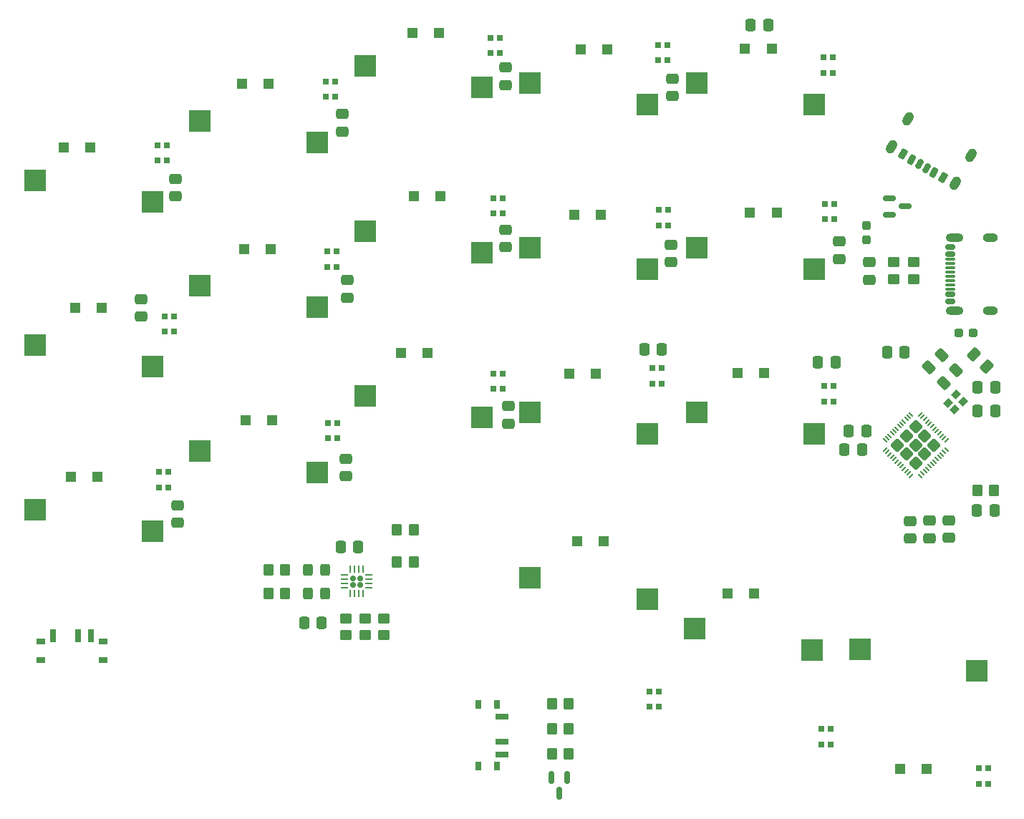
<source format=gbr>
%TF.GenerationSoftware,KiCad,Pcbnew,8.0.2*%
%TF.CreationDate,2025-01-19T21:46:12+07:00*%
%TF.ProjectId,sudi-keyboard,73756469-2d6b-4657-9962-6f6172642e6b,1*%
%TF.SameCoordinates,Original*%
%TF.FileFunction,Paste,Top*%
%TF.FilePolarity,Positive*%
%FSLAX46Y46*%
G04 Gerber Fmt 4.6, Leading zero omitted, Abs format (unit mm)*
G04 Created by KiCad (PCBNEW 8.0.2) date 2025-01-19 21:46:12*
%MOMM*%
%LPD*%
G01*
G04 APERTURE LIST*
G04 Aperture macros list*
%AMRoundRect*
0 Rectangle with rounded corners*
0 $1 Rounding radius*
0 $2 $3 $4 $5 $6 $7 $8 $9 X,Y pos of 4 corners*
0 Add a 4 corners polygon primitive as box body*
4,1,4,$2,$3,$4,$5,$6,$7,$8,$9,$2,$3,0*
0 Add four circle primitives for the rounded corners*
1,1,$1+$1,$2,$3*
1,1,$1+$1,$4,$5*
1,1,$1+$1,$6,$7*
1,1,$1+$1,$8,$9*
0 Add four rect primitives between the rounded corners*
20,1,$1+$1,$2,$3,$4,$5,0*
20,1,$1+$1,$4,$5,$6,$7,0*
20,1,$1+$1,$6,$7,$8,$9,0*
20,1,$1+$1,$8,$9,$2,$3,0*%
%AMHorizOval*
0 Thick line with rounded ends*
0 $1 width*
0 $2 $3 position (X,Y) of the first rounded end (center of the circle)*
0 $4 $5 position (X,Y) of the second rounded end (center of the circle)*
0 Add line between two ends*
20,1,$1,$2,$3,$4,$5,0*
0 Add two circle primitives to create the rounded ends*
1,1,$1,$2,$3*
1,1,$1,$4,$5*%
%AMRotRect*
0 Rectangle, with rotation*
0 The origin of the aperture is its center*
0 $1 length*
0 $2 width*
0 $3 Rotation angle, in degrees counterclockwise*
0 Add horizontal line*
21,1,$1,$2,0,0,$3*%
G04 Aperture macros list end*
%ADD10R,1.000000X0.800000*%
%ADD11R,0.700000X1.500000*%
%ADD12R,2.550000X2.500000*%
%ADD13RoundRect,0.237500X-0.237500X0.287500X-0.237500X-0.287500X0.237500X-0.287500X0.237500X0.287500X0*%
%ADD14RoundRect,0.250000X0.350000X0.450000X-0.350000X0.450000X-0.350000X-0.450000X0.350000X-0.450000X0*%
%ADD15RoundRect,0.250000X-0.475000X0.337500X-0.475000X-0.337500X0.475000X-0.337500X0.475000X0.337500X0*%
%ADD16RoundRect,0.175000X0.364054X0.280561X0.060946X0.455561X-0.364054X-0.280561X-0.060946X-0.455561X0*%
%ADD17RoundRect,0.190000X-0.369545X-0.260070X-0.040455X-0.450070X0.369545X0.260070X0.040455X0.450070X0*%
%ADD18RoundRect,0.200000X-0.373205X-0.246410X-0.026795X-0.446410X0.373205X0.246410X0.026795X0.446410X0*%
%ADD19RoundRect,0.175000X-0.364054X-0.280561X-0.060946X-0.455561X0.364054X0.280561X0.060946X0.455561X0*%
%ADD20RoundRect,0.190000X0.369545X0.260070X0.040455X0.450070X-0.369545X-0.260070X-0.040455X-0.450070X0*%
%ADD21RoundRect,0.200000X0.373205X0.246410X0.026795X0.446410X-0.373205X-0.246410X-0.026795X-0.446410X0*%
%ADD22HorizOval,1.100000X0.150000X0.259808X-0.150000X-0.259808X0*%
%ADD23R,0.700000X0.700000*%
%ADD24RoundRect,0.250000X0.337500X0.475000X-0.337500X0.475000X-0.337500X-0.475000X0.337500X-0.475000X0*%
%ADD25R,1.200000X1.200000*%
%ADD26RoundRect,0.250000X-0.450000X0.350000X-0.450000X-0.350000X0.450000X-0.350000X0.450000X0.350000X0*%
%ADD27RoundRect,0.250000X-0.337500X-0.475000X0.337500X-0.475000X0.337500X0.475000X-0.337500X0.475000X0*%
%ADD28RoundRect,0.250000X-0.350000X-0.450000X0.350000X-0.450000X0.350000X0.450000X-0.350000X0.450000X0*%
%ADD29RoundRect,0.150000X0.425000X-0.150000X0.425000X0.150000X-0.425000X0.150000X-0.425000X-0.150000X0*%
%ADD30RoundRect,0.075000X0.500000X-0.075000X0.500000X0.075000X-0.500000X0.075000X-0.500000X-0.075000X0*%
%ADD31O,2.100000X1.000000*%
%ADD32O,1.800000X1.000000*%
%ADD33RoundRect,0.250000X0.574524X0.097227X0.097227X0.574524X-0.574524X-0.097227X-0.097227X-0.574524X0*%
%ADD34RoundRect,0.250000X0.000000X-0.523259X0.523259X0.000000X0.000000X0.523259X-0.523259X0.000000X0*%
%ADD35RoundRect,0.050000X-0.212132X-0.282843X0.282843X0.212132X0.212132X0.282843X-0.282843X-0.212132X0*%
%ADD36RoundRect,0.050000X0.212132X-0.282843X0.282843X-0.212132X-0.212132X0.282843X-0.282843X0.212132X0*%
%ADD37RotRect,0.900000X0.800000X225.000000*%
%ADD38RoundRect,0.160000X-0.160000X0.160000X-0.160000X-0.160000X0.160000X-0.160000X0.160000X0.160000X0*%
%ADD39RoundRect,0.062500X-0.062500X0.375000X-0.062500X-0.375000X0.062500X-0.375000X0.062500X0.375000X0*%
%ADD40RoundRect,0.062500X-0.375000X0.062500X-0.375000X-0.062500X0.375000X-0.062500X0.375000X0.062500X0*%
%ADD41RoundRect,0.250000X-0.097227X0.574524X-0.574524X0.097227X0.097227X-0.574524X0.574524X-0.097227X0*%
%ADD42RoundRect,0.150000X-0.587500X-0.150000X0.587500X-0.150000X0.587500X0.150000X-0.587500X0.150000X0*%
%ADD43RoundRect,0.250000X0.325000X0.450000X-0.325000X0.450000X-0.325000X-0.450000X0.325000X-0.450000X0*%
%ADD44R,0.800000X1.000000*%
%ADD45R,1.500000X0.700000*%
%ADD46RoundRect,0.150000X-0.150000X0.587500X-0.150000X-0.587500X0.150000X-0.587500X0.150000X0.587500X0*%
%ADD47RoundRect,0.237500X-0.287500X-0.237500X0.287500X-0.237500X0.287500X0.237500X-0.287500X0.237500X0*%
G04 APERTURE END LIST*
D10*
%TO.C,SW4*%
X117000000Y-124570000D03*
X117000000Y-126780000D03*
X124300000Y-124570000D03*
X124300000Y-126780000D03*
D11*
X118400000Y-123920000D03*
X121400000Y-123920000D03*
X122900000Y-123920000D03*
%TD*%
D12*
%TO.C,K16*%
X174800000Y-117030000D03*
X188650000Y-119570000D03*
%TD*%
D13*
%TO.C,FB1*%
X214620002Y-75374998D03*
X214620002Y-77124998D03*
%TD*%
D14*
%TO.C,R10*%
X229700000Y-106700000D03*
X227700000Y-106700000D03*
%TD*%
D15*
%TO.C,C51*%
X191450000Y-77662500D03*
X191450000Y-79737500D03*
%TD*%
D16*
%TO.C,J1*%
X221695513Y-68582502D03*
D17*
X219946141Y-67572502D03*
D18*
X218880930Y-66957502D03*
D19*
X220829487Y-68082502D03*
D20*
X222578859Y-69092502D03*
D21*
X223644070Y-69707502D03*
D22*
X225043730Y-70423220D03*
X226943730Y-67132324D03*
X217561270Y-66103220D03*
X219461270Y-62812324D03*
%TD*%
D23*
%TO.C,D17*%
X130950000Y-106365001D03*
X132049999Y-106364999D03*
X132050000Y-104534999D03*
X130950001Y-104535001D03*
%TD*%
D24*
%TO.C,C3*%
X150187500Y-122400000D03*
X148112500Y-122400000D03*
%TD*%
D25*
%TO.C,D26*%
X200225000Y-54450000D03*
X203375000Y-54450000D03*
%TD*%
D12*
%TO.C,K9*%
X155300000Y-95530000D03*
X169150000Y-98070000D03*
%TD*%
D23*
%TO.C,D18*%
X170450000Y-94715001D03*
X171549999Y-94714999D03*
X171550000Y-92884999D03*
X170450001Y-92885001D03*
%TD*%
D24*
%TO.C,C57*%
X219087500Y-90350000D03*
X217012500Y-90350000D03*
%TD*%
D12*
%TO.C,K8*%
X155300000Y-76030000D03*
X169150000Y-78570000D03*
%TD*%
D15*
%TO.C,C42*%
X128850000Y-84112500D03*
X128850000Y-86187500D03*
%TD*%
%TO.C,C41*%
X132850000Y-69862500D03*
X132850000Y-71937500D03*
%TD*%
D12*
%TO.C,K18*%
X213800000Y-125530000D03*
X227650000Y-128070000D03*
%TD*%
%TO.C,K12*%
X174800000Y-97530000D03*
X188650000Y-100070000D03*
%TD*%
%TO.C,K14*%
X194550000Y-78030000D03*
X208400000Y-80570000D03*
%TD*%
D25*
%TO.C,D33*%
X180375000Y-112750000D03*
X183525000Y-112750000D03*
%TD*%
D15*
%TO.C,C43*%
X133150000Y-108462500D03*
X133150000Y-110537500D03*
%TD*%
%TO.C,C40*%
X219724998Y-110349999D03*
X219724998Y-112424999D03*
%TD*%
D26*
%TO.C,R4*%
X217770002Y-79749998D03*
X217770002Y-81749998D03*
%TD*%
D23*
%TO.C,D25*%
X188949999Y-132315001D03*
X190050000Y-132314999D03*
X190050001Y-130484999D03*
X188950000Y-130485001D03*
%TD*%
D24*
%TO.C,C1*%
X154487500Y-113400000D03*
X152412500Y-113400000D03*
%TD*%
%TO.C,C18*%
X229787500Y-94550000D03*
X227712500Y-94550000D03*
%TD*%
D12*
%TO.C,K7*%
X155300000Y-56530000D03*
X169150000Y-59070000D03*
%TD*%
D25*
%TO.C,D2*%
X121015000Y-85110000D03*
X124165000Y-85110000D03*
%TD*%
D27*
%TO.C,C19*%
X227662501Y-109049998D03*
X229737501Y-109049998D03*
%TD*%
D12*
%TO.C,K6*%
X135800000Y-102030000D03*
X149650000Y-104570000D03*
%TD*%
D14*
%TO.C,R11*%
X179400000Y-134900001D03*
X177400000Y-134900001D03*
%TD*%
D12*
%TO.C,K5*%
X135800000Y-82530000D03*
X149650000Y-85070000D03*
%TD*%
D25*
%TO.C,D21*%
X180025000Y-74100000D03*
X183175000Y-74100000D03*
%TD*%
D12*
%TO.C,K2*%
X116300000Y-89530000D03*
X130150000Y-92070000D03*
%TD*%
%TO.C,K10*%
X174800000Y-58530000D03*
X188650000Y-61070000D03*
%TD*%
D14*
%TO.C,R12*%
X179399999Y-131949998D03*
X177399999Y-131949998D03*
%TD*%
D15*
%TO.C,C39*%
X222024999Y-110300000D03*
X222024999Y-112375000D03*
%TD*%
D23*
%TO.C,D8*%
X130799999Y-67715001D03*
X131900000Y-67714999D03*
X131900001Y-65884999D03*
X130800000Y-65885001D03*
%TD*%
D14*
%TO.C,R5*%
X179400000Y-137850000D03*
X177400000Y-137850000D03*
%TD*%
D15*
%TO.C,C2*%
X214900004Y-79712498D03*
X214900004Y-81787498D03*
%TD*%
D23*
%TO.C,D36*%
X150949999Y-100565001D03*
X152050000Y-100564999D03*
X152050001Y-98734999D03*
X150950000Y-98735001D03*
%TD*%
%TO.C,D29*%
X150799999Y-80265001D03*
X151900000Y-80264999D03*
X151900001Y-78434999D03*
X150800000Y-78435001D03*
%TD*%
D27*
%TO.C,C20*%
X211962500Y-101900000D03*
X214037500Y-101900000D03*
%TD*%
D15*
%TO.C,C54*%
X211350000Y-77262500D03*
X211350000Y-79337500D03*
%TD*%
D28*
%TO.C,R1*%
X159050000Y-115160000D03*
X161050000Y-115160000D03*
%TD*%
D15*
%TO.C,C44*%
X152600000Y-62212500D03*
X152600000Y-64287500D03*
%TD*%
D14*
%TO.C,R17*%
X145850000Y-118899999D03*
X143850000Y-118899999D03*
%TD*%
D23*
%TO.C,D31*%
X209249999Y-136765001D03*
X210350000Y-136764999D03*
X210350001Y-134934999D03*
X209250000Y-134935001D03*
%TD*%
D12*
%TO.C,K13*%
X194550000Y-58530000D03*
X208400000Y-61070000D03*
%TD*%
D26*
%TO.C,R3*%
X220200000Y-79750000D03*
X220200000Y-81750000D03*
%TD*%
D29*
%TO.C,P1*%
X224460000Y-84360000D03*
X224460001Y-83560001D03*
D30*
X224460001Y-82410000D03*
X224460000Y-81410001D03*
X224459999Y-80910001D03*
X224460000Y-79909999D03*
D29*
X224459999Y-78759999D03*
X224460000Y-77959999D03*
X224460000Y-77959999D03*
X224459999Y-78759999D03*
D30*
X224460001Y-79410000D03*
X224460000Y-80410001D03*
X224460000Y-81910000D03*
X224459999Y-82910000D03*
D29*
X224460001Y-83560001D03*
X224460000Y-84360000D03*
D31*
X225035000Y-85480002D03*
D32*
X229215000Y-85480001D03*
D31*
X225034998Y-76840000D03*
D32*
X229215000Y-76840000D03*
%TD*%
D25*
%TO.C,D34*%
X198175000Y-118950000D03*
X201325000Y-118950000D03*
%TD*%
D15*
%TO.C,C45*%
X153200000Y-81862500D03*
X153200000Y-83937500D03*
%TD*%
D33*
%TO.C,C21*%
X228783623Y-92083623D03*
X227316377Y-90616377D03*
%TD*%
D26*
%TO.C,R14*%
X157500000Y-121850000D03*
X157500000Y-123850000D03*
%TD*%
D34*
%TO.C,U7*%
X218236253Y-101350004D03*
X219318127Y-102431872D03*
X220400004Y-103513747D03*
X221481872Y-102431873D03*
X220400000Y-101350000D03*
X219318128Y-100268127D03*
X220399996Y-99186253D03*
X221481873Y-100268128D03*
X222563747Y-101349996D03*
D35*
X216758400Y-101880330D03*
X217041245Y-102163172D03*
X217324086Y-102446015D03*
X217606928Y-102728858D03*
X217889771Y-103011701D03*
X218172614Y-103294544D03*
X218455456Y-103577386D03*
X218738299Y-103860230D03*
X219021143Y-104143072D03*
X219303984Y-104425914D03*
X219586826Y-104708758D03*
X219869670Y-104991600D03*
D36*
X220930330Y-104991600D03*
X221213172Y-104708755D03*
X221496015Y-104425914D03*
X221778858Y-104143072D03*
X222061701Y-103860229D03*
X222344544Y-103577386D03*
X222627386Y-103294544D03*
X222910230Y-103011701D03*
X223193072Y-102728857D03*
X223475914Y-102446016D03*
X223758758Y-102163174D03*
X224041600Y-101880330D03*
D35*
X224041600Y-100819670D03*
X223758755Y-100536828D03*
X223475914Y-100253985D03*
X223193072Y-99971142D03*
X222910229Y-99688299D03*
X222627386Y-99405456D03*
X222344544Y-99122614D03*
X222061701Y-98839770D03*
X221778857Y-98556928D03*
X221496016Y-98274086D03*
X221213174Y-97991242D03*
X220930330Y-97708400D03*
D36*
X219869670Y-97708400D03*
X219586828Y-97991245D03*
X219303985Y-98274086D03*
X219021142Y-98556928D03*
X218738299Y-98839771D03*
X218455456Y-99122614D03*
X218172614Y-99405456D03*
X217889770Y-99688299D03*
X217606928Y-99971143D03*
X217324086Y-100253984D03*
X217041242Y-100536826D03*
X216758400Y-100819670D03*
%TD*%
D37*
%TO.C,Y1*%
X225206069Y-95416115D03*
X224216116Y-96406067D03*
X224993931Y-97183885D03*
X225983884Y-96193933D03*
%TD*%
D12*
%TO.C,K3*%
X116300000Y-109030000D03*
X130150000Y-111570000D03*
%TD*%
D28*
%TO.C,R2*%
X159050000Y-111350000D03*
X161050000Y-111350000D03*
%TD*%
D12*
%TO.C,K15*%
X194550000Y-97530000D03*
X208400000Y-100070000D03*
%TD*%
D38*
%TO.C,U5*%
X154700000Y-117100000D03*
X153900000Y-117100000D03*
X154700000Y-117900000D03*
X153900000Y-117900000D03*
D39*
X155050000Y-116062500D03*
X154550000Y-116062500D03*
X154050000Y-116062500D03*
X153550000Y-116062500D03*
D40*
X152862500Y-116750000D03*
X152862500Y-117250000D03*
X152862500Y-117750000D03*
X152862500Y-118250000D03*
D39*
X153550000Y-118937500D03*
X154050000Y-118937500D03*
X154550000Y-118937500D03*
X155050000Y-118937500D03*
D40*
X155737500Y-118250000D03*
X155737500Y-117750000D03*
X155737500Y-117250000D03*
X155737500Y-116750000D03*
%TD*%
D24*
%TO.C,C52*%
X190387500Y-90050000D03*
X188312500Y-90050000D03*
%TD*%
D41*
%TO.C,C35*%
X225183625Y-92516378D03*
X223716379Y-93983624D03*
%TD*%
D15*
%TO.C,C48*%
X171950000Y-75862500D03*
X171950000Y-77937500D03*
%TD*%
D24*
%TO.C,C53*%
X202987500Y-51700000D03*
X200912500Y-51700000D03*
%TD*%
D25*
%TO.C,D14*%
X160925000Y-52650000D03*
X164075000Y-52650000D03*
%TD*%
%TO.C,D7*%
X141175000Y-98400000D03*
X144325000Y-98400000D03*
%TD*%
D23*
%TO.C,D9*%
X170099999Y-55015001D03*
X171200000Y-55014999D03*
X171200001Y-53184999D03*
X170100000Y-53185001D03*
%TD*%
D25*
%TO.C,D1*%
X119675000Y-66150000D03*
X122825000Y-66150000D03*
%TD*%
D41*
%TO.C,C36*%
X223451212Y-90713259D03*
X221983966Y-92180505D03*
%TD*%
D42*
%TO.C,Q2*%
X217312497Y-72200003D03*
X217312499Y-74099999D03*
X219187500Y-73150000D03*
%TD*%
D25*
%TO.C,D20*%
X180825000Y-54600000D03*
X183975000Y-54600000D03*
%TD*%
D23*
%TO.C,D38*%
X227849999Y-141415001D03*
X228950000Y-141414999D03*
X228950001Y-139584999D03*
X227850000Y-139585001D03*
%TD*%
D12*
%TO.C,K17*%
X194300000Y-123030000D03*
X208150000Y-125570000D03*
%TD*%
D24*
%TO.C,C8*%
X229787500Y-97350000D03*
X227712500Y-97350000D03*
%TD*%
D43*
%TO.C,D4*%
X150574997Y-116100001D03*
X148525001Y-116099999D03*
%TD*%
D25*
%TO.C,D15*%
X161075000Y-71900000D03*
X164225000Y-71900000D03*
%TD*%
D15*
%TO.C,C47*%
X171900000Y-56712500D03*
X171900000Y-58787500D03*
%TD*%
%TO.C,C50*%
X191650000Y-58012500D03*
X191650000Y-60087500D03*
%TD*%
D23*
%TO.C,D10*%
X209500000Y-57365001D03*
X210599999Y-57364999D03*
X210600000Y-55534999D03*
X209500001Y-55535001D03*
%TD*%
%TO.C,D24*%
X189949999Y-55865001D03*
X191050000Y-55864999D03*
X191050001Y-54034999D03*
X189950000Y-54035001D03*
%TD*%
D15*
%TO.C,C46*%
X153000000Y-102962500D03*
X153000000Y-105037500D03*
%TD*%
D27*
%TO.C,C37*%
X212512500Y-99700000D03*
X214587500Y-99700000D03*
%TD*%
D14*
%TO.C,R15*%
X145850000Y-116099999D03*
X143850000Y-116099999D03*
%TD*%
D25*
%TO.C,D5*%
X140725000Y-58650000D03*
X143875000Y-58650000D03*
%TD*%
D23*
%TO.C,D19*%
X209599999Y-96215001D03*
X210700000Y-96214999D03*
X210700001Y-94384999D03*
X209600000Y-94385001D03*
%TD*%
D26*
%TO.C,R6*%
X155350000Y-121850000D03*
X155350000Y-123850000D03*
%TD*%
D12*
%TO.C,K4*%
X135800000Y-63030000D03*
X149650000Y-65570000D03*
%TD*%
D15*
%TO.C,C49*%
X172250000Y-96762500D03*
X172250000Y-98837500D03*
%TD*%
D23*
%TO.C,D30*%
X189999999Y-75365001D03*
X191100000Y-75364999D03*
X191100001Y-73534999D03*
X190000000Y-73535001D03*
%TD*%
D44*
%TO.C,SW3*%
X170880000Y-132050000D03*
X168670000Y-132050000D03*
X170880000Y-139350000D03*
X168670000Y-139350000D03*
D45*
X171530000Y-133450000D03*
X171530000Y-136450000D03*
X171530000Y-137950000D03*
%TD*%
D25*
%TO.C,D27*%
X200825000Y-73850000D03*
X203975000Y-73850000D03*
%TD*%
D26*
%TO.C,R7*%
X153050000Y-121850000D03*
X153050000Y-123850000D03*
%TD*%
D43*
%TO.C,D32*%
X150574998Y-118900001D03*
X148525002Y-118899999D03*
%TD*%
D23*
%TO.C,D23*%
X150650000Y-60165001D03*
X151749999Y-60164999D03*
X151750000Y-58334999D03*
X150650001Y-58335001D03*
%TD*%
D25*
%TO.C,D3*%
X120515000Y-105110000D03*
X123665000Y-105110000D03*
%TD*%
D46*
%TO.C,Q1*%
X179199997Y-140662497D03*
X177300002Y-140662499D03*
X178249999Y-142537500D03*
%TD*%
D23*
%TO.C,D13*%
X209649999Y-74665001D03*
X210750000Y-74664999D03*
X210750001Y-72834999D03*
X209650000Y-72835001D03*
%TD*%
D25*
%TO.C,D16*%
X159575000Y-90450000D03*
X162725000Y-90450000D03*
%TD*%
D24*
%TO.C,C55*%
X210937500Y-91550000D03*
X208862500Y-91550000D03*
%TD*%
D47*
%TO.C,L3*%
X225475000Y-88100000D03*
X227225000Y-88100000D03*
%TD*%
D12*
%TO.C,K11*%
X174800000Y-78030000D03*
X188650000Y-80570000D03*
%TD*%
%TO.C,K1*%
X116300000Y-70030000D03*
X130150000Y-72570000D03*
%TD*%
D15*
%TO.C,C38*%
X224300000Y-110262500D03*
X224300000Y-112337500D03*
%TD*%
D25*
%TO.C,D35*%
X218525000Y-139650000D03*
X221675000Y-139650000D03*
%TD*%
D23*
%TO.C,D37*%
X189299999Y-94115001D03*
X190400000Y-94114999D03*
X190400001Y-92284999D03*
X189300000Y-92285001D03*
%TD*%
%TO.C,D12*%
X170499999Y-73965001D03*
X171600000Y-73964999D03*
X171600001Y-72134999D03*
X170500000Y-72135001D03*
%TD*%
D25*
%TO.C,D22*%
X179475000Y-92960000D03*
X182625000Y-92960000D03*
%TD*%
D23*
%TO.C,D11*%
X131644150Y-87962674D03*
X132744151Y-87962674D03*
X132744149Y-86132676D03*
X131644144Y-86132673D03*
%TD*%
D25*
%TO.C,D28*%
X199325000Y-92850000D03*
X202475000Y-92850000D03*
%TD*%
%TO.C,D6*%
X140975000Y-78200000D03*
X144125000Y-78200000D03*
%TD*%
M02*

</source>
